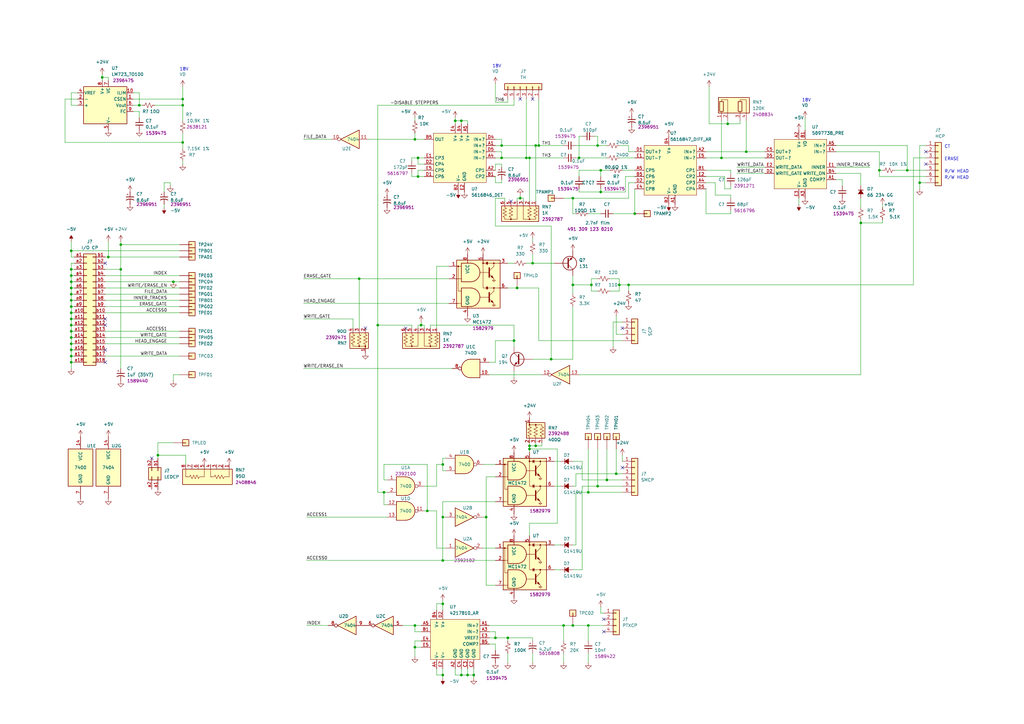
<source format=kicad_sch>
(kicad_sch (version 20211123) (generator eeschema)
  (paper "A3")
  (title_block (title "IBM 31SD Control Card") (comment 1 "Eric Schlaepfer") (comment 2 "Reverse engineered by"))
  (junction (at 189.23 276.86))
  (junction (at 44.45 105.41))
  (junction (at 186.69 49.53))
  (junction (at 29.21 130.81))
  (junction (at 260.35 87.63))
  (junction (at 217.17 182.88))
  (junction (at 170.18 57.15))
  (junction (at 74.93 58.42))
  (junction (at 217.17 64.77))
  (junction (at 147.32 114.3))
  (junction (at 219.71 182.88))
  (junction (at 191.77 276.86))
  (junction (at 377.19 74.93))
  (junction (at 29.21 110.49))
  (junction (at 171.45 64.77))
  (junction (at 234.95 256.54))
  (junction (at 29.21 115.57))
  (junction (at 29.21 143.51))
  (junction (at 181.61 229.87))
  (junction (at 306.07 62.23))
  (junction (at 208.28 261.62))
  (junction (at 41.91 31.75))
  (junction (at 74.93 43.18))
  (junction (at 181.61 276.86))
  (junction (at 181.61 212.09))
  (junction (at 241.3 256.54))
  (junction (at 218.44 107.95))
  (junction (at 29.21 118.11))
  (junction (at 170.18 256.54))
  (junction (at 372.11 69.85))
  (junction (at 252.73 194.31))
  (junction (at 212.09 118.11))
  (junction (at 172.72 133.35))
  (junction (at 189.23 49.53))
  (junction (at 170.18 265.43))
  (junction (at 71.12 115.57))
  (junction (at 360.68 69.85))
  (junction (at 205.74 59.69))
  (junction (at 29.21 138.43))
  (junction (at 29.21 148.59))
  (junction (at 210.82 139.7))
  (junction (at 353.06 91.44))
  (junction (at 171.45 72.39))
  (junction (at 181.61 247.65))
  (junction (at 29.21 128.27))
  (junction (at 246.38 78.74))
  (junction (at 154.94 133.35))
  (junction (at 29.21 120.65))
  (junction (at 74.93 40.64))
  (junction (at 217.17 184.15))
  (junction (at 205.74 64.77))
  (junction (at 29.21 125.73))
  (junction (at 215.9 64.77))
  (junction (at 29.21 133.35))
  (junction (at 29.21 113.03))
  (junction (at 194.31 276.86))
  (junction (at 49.53 110.49))
  (junction (at 213.36 81.28))
  (junction (at 257.81 116.84))
  (junction (at 234.95 81.28))
  (junction (at 241.3 201.93))
  (junction (at 219.71 59.69))
  (junction (at 29.21 123.19))
  (junction (at 246.38 69.85))
  (junction (at 226.06 147.32))
  (junction (at 203.2 261.62))
  (junction (at 234.95 116.84))
  (junction (at 245.11 59.69))
  (junction (at 237.49 64.77))
  (junction (at 220.98 59.69))
  (junction (at 295.91 64.77))
  (junction (at 199.39 212.09))
  (junction (at 245.11 199.39))
  (junction (at 29.21 146.05))
  (junction (at 242.57 116.84))
  (junction (at 157.48 201.93))
  (junction (at 298.45 50.8))
  (junction (at 254 116.84))
  (junction (at 49.53 100.33))
  (junction (at 181.61 190.5))
  (junction (at 29.21 140.97))
  (junction (at 29.21 135.89))
  (junction (at 248.92 196.85))
  (junction (at 231.14 256.54))
  (junction (at 64.77 186.69))
  (junction (at 57.15 43.18))
  (junction (at 175.26 209.55))
  (junction (at 29.21 102.87))
  (no_connect (at 255.27 191.77))
  (no_connect (at 43.18 143.51))
  (no_connect (at 43.18 148.59))
  (no_connect (at 43.18 130.81))
  (no_connect (at 43.18 133.35))
  (no_connect (at 43.18 107.95))
  (no_connect (at 209.55 82.55))
  (no_connect (at 218.44 40.64))
  (no_connect (at 166.37 134.62))
  (no_connect (at 62.23 187.96))
  (no_connect (at 213.36 40.64))
  (no_connect (at 149.86 134.62))
  (no_connect (at 255.27 134.62))
  (no_connect (at 379.73 62.23))
  (no_connect (at 379.73 67.31))
  (no_connect (at 247.65 259.08))
  (no_connect (at 247.65 254))
  (wire (pts (xy 191.77 49.53) (xy 191.77 50.8)))
  (wire (pts (xy 353.06 91.44) (xy 353.06 153.67)))
  (wire (pts (xy 29.21 118.11) (xy 30.48 118.11)))
  (wire (pts (xy 254 119.38) (xy 250.19 119.38)))
  (wire (pts (xy 43.18 146.05) (xy 73.66 146.05)))
  (wire (pts (xy 43.18 140.97) (xy 73.66 140.97)))
  (wire (pts (xy 74.93 43.18) (xy 74.93 49.53)))
  (wire (pts (xy 49.53 100.33) (xy 73.66 100.33)))
  (wire (pts (xy 189.23 276.86) (xy 191.77 276.86)))
  (wire (pts (xy 172.72 132.08) (xy 172.72 133.35)))
  (wire (pts (xy 254 116.84) (xy 254 119.38)))
  (wire (pts (xy 186.69 274.32) (xy 186.69 276.86)))
  (wire (pts (xy 200.66 153.67) (xy 222.25 153.67)))
  (wire (pts (xy 212.09 81.28) (xy 213.36 81.28)))
  (wire (pts (xy 297.18 72.39) (xy 297.18 77.47)))
  (wire (pts (xy 170.18 265.43) (xy 172.72 265.43)))
  (wire (pts (xy 74.93 66.04) (xy 74.93 67.31)))
  (wire (pts (xy 252.73 184.15) (xy 252.73 194.31)))
  (wire (pts (xy 191.77 274.32) (xy 191.77 276.86)))
  (wire (pts (xy 302.26 68.58) (xy 313.69 68.58)))
  (wire (pts (xy 181.61 193.04) (xy 182.88 193.04)))
  (wire (pts (xy 241.3 267.97) (xy 241.3 271.78)))
  (wire (pts (xy 172.72 259.08) (xy 170.18 259.08)))
  (wire (pts (xy 252.73 129.54) (xy 252.73 137.16)))
  (wire (pts (xy 299.72 81.28) (xy 299.72 80.01)))
  (wire (pts (xy 289.56 64.77) (xy 295.91 64.77)))
  (wire (pts (xy 57.15 45.72) (xy 57.15 48.26)))
  (wire (pts (xy 342.9 71.12) (xy 353.06 71.12)))
  (wire (pts (xy 71.12 156.21) (xy 71.12 153.67)))
  (wire (pts (xy 372.11 59.69) (xy 342.9 59.69)))
  (wire (pts (xy 29.21 120.65) (xy 29.21 123.19)))
  (wire (pts (xy 168.91 64.77) (xy 171.45 64.77)))
  (wire (pts (xy 203.2 81.28) (xy 207.01 81.28)))
  (wire (pts (xy 217.17 64.77) (xy 231.14 64.77)))
  (wire (pts (xy 181.61 212.09) (xy 182.88 212.09)))
  (wire (pts (xy 218.44 104.14) (xy 218.44 107.95)))
  (wire (pts (xy 289.56 62.23) (xy 306.07 62.23)))
  (wire (pts (xy 256.54 72.39) (xy 256.54 78.74)))
  (wire (pts (xy 254 114.3) (xy 254 116.84)))
  (wire (pts (xy 29.21 146.05) (xy 29.21 148.59)))
  (wire (pts (xy 245.11 199.39) (xy 238.76 199.39)))
  (wire (pts (xy 29.21 113.03) (xy 29.21 115.57)))
  (wire (pts (xy 43.18 105.41) (xy 44.45 105.41)))
  (wire (pts (xy 168.91 66.04) (xy 168.91 64.77)))
  (wire (pts (xy 299.72 71.12) (xy 299.72 69.85)))
  (wire (pts (xy 203.2 261.62) (xy 208.28 261.62)))
  (wire (pts (xy 44.45 31.75) (xy 41.91 31.75)))
  (wire (pts (xy 154.94 43.18) (xy 210.82 43.18)))
  (wire (pts (xy 257.81 116.84) (xy 257.81 119.38)))
  (wire (pts (xy 257.81 62.23) (xy 260.35 62.23)))
  (wire (pts (xy 64.77 181.61) (xy 64.77 186.69)))
  (wire (pts (xy 172.72 133.35) (xy 171.45 133.35)))
  (wire (pts (xy 179.07 250.19) (xy 179.07 247.65)))
  (wire (pts (xy 227.33 223.52) (xy 229.87 223.52)))
  (wire (pts (xy 246.38 77.47) (xy 246.38 78.74)))
  (wire (pts (xy 306.07 49.53) (xy 306.07 62.23)))
  (wire (pts (xy 173.99 209.55) (xy 175.26 209.55)))
  (wire (pts (xy 170.18 262.89) (xy 170.18 265.43)))
  (wire (pts (xy 360.68 72.39) (xy 379.73 72.39)))
  (wire (pts (xy 241.3 256.54) (xy 247.65 256.54)))
  (wire (pts (xy 173.99 57.15) (xy 170.18 57.15)))
  (wire (pts (xy 210.82 154.94) (xy 210.82 152.4)))
  (wire (pts (xy 218.44 262.89) (xy 218.44 261.62)))
  (wire (pts (xy 303.53 50.8) (xy 298.45 50.8)))
  (wire (pts (xy 170.18 259.08) (xy 170.18 256.54)))
  (wire (pts (xy 248.92 196.85) (xy 238.76 196.85)))
  (wire (pts (xy 205.74 74.93) (xy 203.2 74.93)))
  (wire (pts (xy 186.69 48.26) (xy 186.69 49.53)))
  (wire (pts (xy 29.21 133.35) (xy 30.48 133.35)))
  (wire (pts (xy 29.21 102.87) (xy 73.66 102.87)))
  (wire (pts (xy 67.31 74.93) (xy 67.31 78.74)))
  (wire (pts (xy 168.91 72.39) (xy 171.45 72.39)))
  (wire (pts (xy 342.9 73.66) (xy 345.44 73.66)))
  (wire (pts (xy 377.19 74.93) (xy 379.73 74.93)))
  (wire (pts (xy 217.17 181.61) (xy 217.17 182.88)))
  (wire (pts (xy 26.67 40.64) (xy 26.67 58.42)))
  (wire (pts (xy 234.95 81.28) (xy 234.95 87.63)))
  (wire (pts (xy 181.61 274.32) (xy 181.61 276.86)))
  (wire (pts (xy 330.2 48.26) (xy 330.2 53.34)))
  (wire (pts (xy 220.98 40.64) (xy 220.98 59.69)))
  (wire (pts (xy 124.46 151.13) (xy 185.42 151.13)))
  (wire (pts (xy 228.6 184.15) (xy 217.17 184.15)))
  (wire (pts (xy 173.99 64.77) (xy 171.45 64.77)))
  (wire (pts (xy 158.75 201.93) (xy 157.48 201.93)))
  (wire (pts (xy 179.07 276.86) (xy 181.61 276.86)))
  (wire (pts (xy 54.61 45.72) (xy 57.15 45.72)))
  (wire (pts (xy 236.22 87.63) (xy 234.95 87.63)))
  (wire (pts (xy 154.94 201.93) (xy 157.48 201.93)))
  (wire (pts (xy 191.77 276.86) (xy 194.31 276.86)))
  (wire (pts (xy 43.18 118.11) (xy 73.66 118.11)))
  (wire (pts (xy 200.66 261.62) (xy 203.2 261.62)))
  (wire (pts (xy 242.57 116.84) (xy 242.57 119.38)))
  (wire (pts (xy 157.48 196.85) (xy 157.48 190.5)))
  (wire (pts (xy 238.76 199.39) (xy 238.76 233.68)))
  (wire (pts (xy 181.61 190.5) (xy 181.61 193.04)))
  (wire (pts (xy 345.44 76.2) (xy 345.44 73.66)))
  (wire (pts (xy 181.61 212.09) (xy 181.61 205.74)))
  (wire (pts (xy 203.2 69.85) (xy 203.2 67.31)))
  (wire (pts (xy 157.48 207.01) (xy 158.75 207.01)))
  (wire (pts (xy 57.15 38.1) (xy 54.61 38.1)))
  (wire (pts (xy 236.22 64.77) (xy 237.49 64.77)))
  (wire (pts (xy 64.77 187.96) (xy 64.77 186.69)))
  (wire (pts (xy 30.48 107.95) (xy 29.21 107.95)))
  (wire (pts (xy 231.14 81.28) (xy 234.95 81.28)))
  (wire (pts (xy 181.61 247.65) (xy 181.61 250.19)))
  (wire (pts (xy 205.74 62.23) (xy 205.74 64.77)))
  (wire (pts (xy 49.53 110.49) (xy 49.53 151.13)))
  (wire (pts (xy 170.18 265.43) (xy 170.18 269.24)))
  (wire (pts (xy 218.44 97.79) (xy 218.44 99.06)))
  (wire (pts (xy 200.66 259.08) (xy 203.2 259.08)))
  (wire (pts (xy 124.46 130.81) (xy 144.78 130.81)))
  (wire (pts (xy 154.94 133.35) (xy 154.94 201.93)))
  (wire (pts (xy 203.2 229.87) (xy 181.61 229.87)))
  (wire (pts (xy 207.01 81.28) (xy 207.01 82.55)))
  (wire (pts (xy 215.9 107.95) (xy 218.44 107.95)))
  (wire (pts (xy 217.17 182.88) (xy 217.17 184.15)))
  (wire (pts (xy 228.6 184.15) (xy 228.6 214.63)))
  (wire (pts (xy 299.72 76.2) (xy 299.72 77.47)))
  (wire (pts (xy 226.06 92.71) (xy 203.2 92.71)))
  (wire (pts (xy 242.57 116.84) (xy 234.95 116.84)))
  (wire (pts (xy 295.91 49.53) (xy 295.91 64.77)))
  (wire (pts (xy 179.07 199.39) (xy 179.07 190.5)))
  (wire (pts (xy 353.06 81.28) (xy 353.06 85.09)))
  (wire (pts (xy 234.95 125.73) (xy 234.95 147.32)))
  (wire (pts (xy 353.06 71.12) (xy 353.06 76.2)))
  (wire (pts (xy 360.68 62.23) (xy 360.68 69.85)))
  (wire (pts (xy 29.21 130.81) (xy 29.21 133.35)))
  (wire (pts (xy 199.39 195.58) (xy 203.2 195.58)))
  (wire (pts (xy 238.76 189.23) (xy 234.95 189.23)))
  (wire (pts (xy 245.11 114.3) (xy 242.57 114.3)))
  (wire (pts (xy 203.2 92.71) (xy 203.2 81.28)))
  (wire (pts (xy 171.45 69.85) (xy 173.99 69.85)))
  (wire (pts (xy 222.25 182.88) (xy 219.71 182.88)))
  (wire (pts (xy 218.44 267.97) (xy 218.44 271.78)))
  (wire (pts (xy 212.09 82.55) (xy 212.09 81.28)))
  (wire (pts (xy 29.21 130.81) (xy 30.48 130.81)))
  (wire (pts (xy 361.95 91.44) (xy 353.06 91.44)))
  (wire (pts (xy 210.82 139.7) (xy 203.2 139.7)))
  (wire (pts (xy 182.88 224.79) (xy 179.07 224.79)))
  (wire (pts (xy 254 116.84) (xy 257.81 116.84)))
  (wire (pts (xy 210.82 43.18) (xy 210.82 40.64)))
  (wire (pts (xy 245.11 184.15) (xy 245.11 199.39)))
  (wire (pts (xy 298.45 49.53) (xy 298.45 50.8)))
  (wire (pts (xy 205.74 59.69) (xy 219.71 59.69)))
  (wire (pts (xy 236.22 199.39) (xy 234.95 199.39)))
  (wire (pts (xy 217.17 219.71) (xy 217.17 214.63)))
  (wire (pts (xy 219.71 182.88) (xy 217.17 182.88)))
  (wire (pts (xy 57.15 43.18) (xy 58.42 43.18)))
  (wire (pts (xy 43.18 113.03) (xy 73.66 113.03)))
  (wire (pts (xy 220.98 118.11) (xy 212.09 118.11)))
  (wire (pts (xy 147.32 114.3) (xy 147.32 134.62)))
  (wire (pts (xy 29.21 138.43) (xy 30.48 138.43)))
  (wire (pts (xy 29.21 99.06) (xy 29.21 102.87)))
  (wire (pts (xy 43.18 115.57) (xy 71.12 115.57)))
  (wire (pts (xy 44.45 33.02) (xy 44.45 31.75)))
  (wire (pts (xy 203.2 139.7) (xy 203.2 148.59)))
  (wire (pts (xy 173.99 133.35) (xy 172.72 133.35)))
  (wire (pts (xy 54.61 43.18) (xy 57.15 43.18)))
  (wire (pts (xy 205.74 64.77) (xy 215.9 64.77)))
  (wire (pts (xy 255.27 69.85) (xy 260.35 69.85)))
  (wire (pts (xy 175.26 209.55) (xy 179.07 209.55)))
  (wire (pts (xy 367.03 69.85) (xy 372.11 69.85)))
  (wire (pts (xy 29.21 140.97) (xy 29.21 143.51)))
  (wire (pts (xy 168.91 134.62) (xy 168.91 133.35)))
  (wire (pts (xy 179.07 109.22) (xy 184.15 109.22)))
  (wire (pts (xy 41.91 31.75) (xy 41.91 33.02)))
  (wire (pts (xy 69.85 74.93) (xy 67.31 74.93)))
  (wire (pts (xy 226.06 92.71) (xy 226.06 147.32)))
  (wire (pts (xy 220.98 118.11) (xy 220.98 139.7)))
  (wire (pts (xy 293.37 74.93) (xy 293.37 80.01)))
  (wire (pts (xy 252.73 137.16) (xy 255.27 137.16)))
  (wire (pts (xy 170.18 48.26) (xy 170.18 49.53)))
  (wire (pts (xy 241.3 87.63) (xy 246.38 87.63)))
  (wire (pts (xy 29.21 146.05) (xy 30.48 146.05)))
  (wire (pts (xy 208.28 107.95) (xy 210.82 107.95)))
  (wire (pts (xy 361.95 83.82) (xy 361.95 85.09)))
  (wire (pts (xy 168.91 72.39) (xy 168.91 71.12)))
  (wire (pts (xy 29.21 135.89) (xy 29.21 138.43)))
  (wire (pts (xy 171.45 69.85) (xy 171.45 72.39)))
  (wire (pts (xy 173.99 199.39) (xy 179.07 199.39)))
  (wire (pts (xy 157.48 201.93) (xy 157.48 207.01)))
  (wire (pts (xy 238.76 233.68) (xy 234.95 233.68)))
  (wire (pts (xy 30.48 105.41) (xy 29.21 105.41)))
  (wire (pts (xy 29.21 43.18) (xy 31.75 43.18)))
  (wire (pts (xy 251.46 132.08) (xy 255.27 132.08)))
  (wire (pts (xy 246.38 69.85) (xy 246.38 72.39)))
  (wire (pts (xy 237.49 77.47) (xy 237.49 78.74)))
  (wire (pts (xy 182.88 187.96) (xy 181.61 187.96)))
  (wire (pts (xy 29.21 143.51) (xy 29.21 146.05)))
  (wire (pts (xy 208.28 41.91) (xy 203.2 41.91)))
  (wire (pts (xy 29.21 113.03) (xy 30.48 113.03)))
  (wire (pts (xy 213.36 80.01) (xy 213.36 81.28)))
  (wire (pts (xy 289.56 77.47) (xy 289.56 87.63)))
  (wire (pts (xy 200.66 148.59) (xy 203.2 148.59)))
  (wire (pts (xy 171.45 67.31) (xy 173.99 67.31)))
  (wire (pts (xy 250.19 114.3) (xy 254 114.3)))
  (wire (pts (xy 194.31 274.32) (xy 194.31 276.86)))
  (wire (pts (xy 241.3 262.89) (xy 241.3 256.54)))
  (wire (pts (xy 237.49 64.77) (xy 248.92 64.77)))
  (wire (pts (xy 203.2 205.74) (xy 181.61 205.74)))
  (wire (pts (xy 125.73 229.87) (xy 181.61 229.87)))
  (wire (pts (xy 227.33 233.68) (xy 229.87 233.68)))
  (wire (pts (xy 289.56 69.85) (xy 299.72 69.85)))
  (wire (pts (xy 327.66 81.28) (xy 327.66 83.82)))
  (wire (pts (xy 49.53 99.06) (xy 49.53 100.33)))
  (wire (pts (xy 252.73 194.31) (xy 236.22 194.31)))
  (wire (pts (xy 245.11 55.88) (xy 245.11 59.69)))
  (wire (pts (xy 186.69 49.53) (xy 186.69 50.8)))
  (wire (pts (xy 64.77 186.69) (xy 76.2 186.69)))
  (wire (pts (xy 154.94 133.35) (xy 168.91 133.35)))
  (wire (pts (xy 186.69 276.86) (xy 189.23 276.86)))
  (wire (pts (xy 295.91 64.77) (xy 313.69 64.77)))
  (wire (pts (xy 257.81 59.69) (xy 257.81 62.23)))
  (wire (pts (xy 31.75 38.1) (xy 29.21 38.1)))
  (wire (pts (xy 29.21 110.49) (xy 29.21 113.03)))
  (wire (pts (xy 179.07 247.65) (xy 181.61 247.65)))
  (wire (pts (xy 29.21 148.59) (xy 30.48 148.59)))
  (wire (pts (xy 157.48 190.5) (xy 175.26 190.5)))
  (wire (pts (xy 246.38 69.85) (xy 250.19 69.85)))
  (wire (pts (xy 29.21 102.87) (xy 29.21 105.41)))
  (wire (pts (xy 377.19 59.69) (xy 377.19 74.93)))
  (wire (pts (xy 251.46 142.24) (xy 251.46 132.08)))
  (wire (pts (xy 360.68 69.85) (xy 361.95 69.85)))
  (wire (pts (xy 377.19 74.93) (xy 377.19 77.47)))
  (wire (pts (xy 189.23 49.53) (xy 191.77 49.53)))
  (wire (pts (xy 199.39 212.09) (xy 199.39 195.58)))
  (wire (pts (xy 29.21 110.49) (xy 30.48 110.49)))
  (wire (pts (xy 186.69 49.53) (xy 189.23 49.53)))
  (wire (pts (xy 179.07 274.32) (xy 179.07 276.86)))
  (wire (pts (xy 222.25 181.61) (xy 222.25 182.88)))
  (wire (pts (xy 29.21 123.19) (xy 29.21 125.73)))
  (wire (pts (xy 198.12 212.09) (xy 199.39 212.09)))
  (wire (pts (xy 200.66 256.54) (xy 231.14 256.54)))
  (wire (pts (xy 29.21 120.65) (xy 30.48 120.65)))
  (wire (pts (xy 173.99 72.39) (xy 171.45 72.39)))
  (wire (pts (xy 203.2 264.16) (xy 203.2 266.7)))
  (wire (pts (xy 125.73 212.09) (xy 158.75 212.09)))
  (wire (pts (xy 302.26 71.12) (xy 313.69 71.12)))
  (wire (pts (xy 299.72 87.63) (xy 289.56 87.63)))
  (wire (pts (xy 63.5 43.18) (xy 74.93 43.18)))
  (wire (pts (xy 353.06 90.17) (xy 353.06 91.44)))
  (wire (pts (xy 234.95 256.54) (xy 241.3 256.54)))
  (wire (pts (xy 220.98 139.7) (xy 255.27 139.7)))
  (wire (pts (xy 67.31 83.82) (xy 67.31 85.09)))
  (wire (pts (xy 257.81 116.84) (xy 374.65 116.84)))
  (wire (pts (xy 218.44 107.95) (xy 227.33 107.95)))
  (wire (pts (xy 200.66 264.16) (xy 203.2 264.16)))
  (wire (pts (xy 290.83 35.56) (xy 290.83 50.8)))
  (wire (pts (xy 215.9 40.64) (xy 215.9 64.77)))
  (wire (pts (xy 248.92 184.15) (xy 248.92 196.85)))
  (wire (pts (xy 210.82 142.24) (xy 210.82 139.7)))
  (wire (pts (xy 29.21 125.73) (xy 29.21 128.27)))
  (wire (pts (xy 260.35 77.47) (xy 260.35 87.63)))
  (wire (pts (xy 124.46 114.3) (xy 147.32 114.3)))
  (wire (pts (xy 208.28 267.97) (xy 208.28 271.78)))
  (wire (pts (xy 179.07 190.5) (xy 181.61 190.5)))
  (wire (pts (xy 379.73 69.85) (xy 372.11 69.85)))
  (wire (pts (xy 231.14 267.97) (xy 231.14 271.78)))
  (wire (pts (xy 246.38 248.92) (xy 246.38 251.46)))
  (wire (pts (xy 219.71 59.69) (xy 220.98 59.69)))
  (wire (pts (xy 29.21 115.57) (xy 29.21 118.11)))
  (wire (pts (xy 144.78 134.62) (xy 144.78 130.81)))
  (wire (pts (xy 231.14 256.54) (xy 231.14 262.89)))
  (wire (pts (xy 236.22 223.52) (xy 236.22 201.93)))
  (wire (pts (xy 43.18 135.89) (xy 73.66 135.89)))
  (wire (pts (xy 43.18 138.43) (xy 73.66 138.43)))
  (wire (pts (xy 254 59.69) (xy 257.81 59.69)))
  (wire (pts (xy 198.12 190.5) (xy 203.2 190.5)))
  (wire (pts (xy 29.21 38.1) (xy 29.21 43.18)))
  (wire (pts (xy 342.9 62.23) (xy 360.68 62.23)))
  (wire (pts (xy 71.12 153.67) (xy 73.66 153.67)))
  (wire (pts (xy 299.72 86.36) (xy 299.72 87.63)))
  (wire (pts (xy 306.07 62.23) (xy 313.69 62.23)))
  (wire (pts (xy 203.2 59.69) (xy 205.74 59.69)))
  (wire (pts (xy 361.95 90.17) (xy 361.95 91.44)))
  (wire (pts (xy 218.44 147.32) (xy 226.06 147.32)))
  (wire (pts (xy 154.94 133.35) (xy 154.94 43.18)))
  (wire (pts (xy 71.12 115.57) (xy 73.66 115.57)))
  (wire (pts (xy 246.38 69.85) (xy 237.49 69.85)))
  (wire (pts (xy 226.06 147.32) (xy 234.95 147.32)))
  (wire (pts (xy 54.61 40.64) (xy 74.93 40.64)))
  (wire (pts (xy 198.12 224.79) (xy 203.2 224.79)))
  (wire (pts (xy 219.71 59.69) (xy 219.71 82.55)))
  (wire (pts (xy 231.14 256.54) (xy 234.95 256.54)))
  (wire (pts (xy 29.21 128.27) (xy 29.21 130.81)))
  (wire (pts (xy 44.45 105.41) (xy 73.66 105.41)))
  (wire (pts (xy 125.73 256.54) (xy 134.62 256.54)))
  (wire (pts (xy 29.21 128.27) (xy 30.48 128.27)))
  (wire (pts (xy 29.21 148.59) (xy 29.21 151.13)))
  (wire (pts (xy 342.9 68.58) (xy 356.87 68.58)))
  (wire (pts (xy 260.35 74.93) (xy 257.81 74.93)))
  (wire (pts (xy 203.2 57.15) (xy 205.74 57.15)))
  (wire (pts (xy 236.22 194.31) (xy 236.22 199.39)))
  (wire (pts (xy 246.38 78.74) (xy 237.49 78.74)))
  (wire (pts (xy 247.65 251.46) (xy 246.38 251.46)))
  (wire (pts (xy 203.2 62.23) (xy 205.74 62.23)))
  (wire (pts (xy 29.21 133.35) (xy 29.21 135.89)))
  (wire (pts (xy 74.93 35.56) (xy 74.93 40.64)))
  (wire (pts (xy 227.33 189.23) (xy 229.87 189.23)))
  (wire (pts (xy 203.2 259.08) (xy 203.2 261.62)))
  (wire (pts (xy 49.53 100.33) (xy 49.53 110.49)))
  (wire (pts (xy 74.93 58.42) (xy 74.93 60.96)))
  (wire (pts (xy 26.67 58.42) (xy 74.93 58.42)))
  (wire (pts (xy 227.33 199.39) (xy 229.87 199.39)))
  (wire (pts (xy 181.61 187.96) (xy 181.61 190.5)))
  (wire (pts (xy 214.63 81.28) (xy 214.63 82.55)))
  (wire (pts (xy 360.68 69.85) (xy 360.68 72.39)))
  (wire (pts (xy 238.76 55.88) (xy 237.49 55.88)))
  (wire (pts (xy 173.99 134.62) (xy 173.99 133.35)))
  (wire (pts (xy 74.93 54.61) (xy 74.93 58.42)))
  (wire (pts (xy 210.82 133.35) (xy 176.53 133.35)))
  (wire (pts (xy 203.2 64.77) (xy 205.74 64.77)))
  (wire (pts (xy 241.3 201.93) (xy 255.27 201.93)))
  (wire (pts (xy 203.2 240.03) (xy 199.39 240.03)))
  (wire (pts (xy 44.45 99.06) (xy 44.45 105.41)))
  (wire (pts (xy 208.28 40.64) (xy 208.28 41.91)))
  (wire (pts (xy 208.28 118.11) (xy 212.09 118.11)))
  (wire (pts (xy 256.54 78.74) (xy 246.38 78.74)))
  (wire (pts (xy 171.45 133.35) (xy 171.45 134.62)))
  (wire (pts (xy 260.35 72.39) (xy 256.54 72.39)))
  (wire (pts (xy 189.23 49.53) (xy 189.23 50.8)))
  (wire (pts (xy 289.56 72.39) (xy 297.18 72.39)))
  (wire (pts (xy 254 64.77) (xy 260.35 64.77)))
  (wire (pts (xy 205.74 67.31) (xy 205.74 68.58)))
  (wire (pts (xy 293.37 80.01) (xy 299.72 80.01)))
  (wire (pts (xy 217.17 184.15) (xy 217.17 185.42)))
  (wire (pts (xy 379.73 59.69) (xy 377.19 59.69)))
  (wire (pts (xy 124.46 124.46) (xy 184.15 124.46)))
  (wire (pts (xy 199.39 240.03) (xy 199.39 212.09)))
  (wire (pts (xy 290.83 50.8) (xy 298.45 50.8)))
  (wire (pts (xy 241.3 184.15) (xy 241.3 201.93)))
  (wire (pts (xy 41.91 30.48) (xy 41.91 31.75)))
  (wire (pts (xy 43.18 120.65) (xy 73.66 120.65)))
  (wire (pts (xy 124.46 57.15) (xy 135.89 57.15)))
  (wire (pts (xy 237.49 55.88) (xy 237.49 64.77)))
  (wire (pts (xy 170.18 54.61) (xy 170.18 57.15)))
  (wire (pts (xy 175.26 190.5) (xy 175.26 209.55)))
  (wire (pts (xy 243.84 55.88) (xy 245.11 55.88)))
  (wire (pts (xy 31.75 40.64) (xy 26.67 40.64)))
  (wire (pts (xy 29.21 107.95) (xy 29.21 110.49)))
  (wire (pts (xy 236.22 59.69) (xy 245.11 59.69)))
  (wire (pts (xy 170.18 256.54) (xy 172.72 256.54)))
  (wire (pts (xy 165.1 256.54) (xy 170.18 256.54)))
  (wire (pts (xy 29.21 138.43) (xy 29.21 140.97)))
  (wire (pts (xy 379.73 64.77) (xy 374.65 64.77)))
  (wire (pts (xy 242.57 119.38) (xy 245.11 119.38)))
  (wire (pts (xy 189.23 274.32) (xy 189.23 276.86)))
  (wire (pts (xy 372.11 69.85) (xy 372.11 59.69)))
  (wire (pts (xy 29.21 123.19) (xy 30.48 123.19)))
  (wire (pts (xy 208.28 261.62) (xy 208.28 262.89)))
  (wire (pts (xy 179.07 224.79) (xy 179.07 209.55)))
  (wire (pts (xy 181.61 229.87) (xy 181.61 212.09)))
  (wire (pts (xy 242.57 114.3) (xy 242.57 116.84)))
  (wire (pts (xy 215.9 64.77) (xy 217.17 64.77)))
  (wire (pts (xy 234.95 116.84) (xy 234.95 120.65)))
  (wire (pts (xy 172.72 262.89) (xy 170.18 262.89)))
  (wire (pts (xy 29.21 140.97) (xy 30.48 140.97)))
  (wire (pts (xy 219.71 181.61) (xy 219.71 182.88)))
  (wire (pts (xy 255.27 196.85) (xy 248.92 196.85)))
  (wire (pts (xy 238.76 196.85) (xy 238.76 189.23)))
  (wire (pts (xy 220.98 59.69) (xy 231.14 59.69)))
  (wire (pts (xy 255.27 194.31) (xy 252.73 194.31)))
  (wire (pts (xy 289.56 74.93) (xy 293.37 74.93)))
  (wire (pts (xy 179.07 134.62) (xy 179.07 109.22)))
  (wire (pts (xy 374.65 64.77) (xy 374.65 116.84)))
  (wire (pts (xy 147.32 114.3) (xy 184.15 114.3)))
  (wire (pts (xy 255.27 199.39) (xy 245.11 199.39)))
  (wire (pts (xy 29.21 125.73) (xy 30.48 125.73)))
  (wire (pts (xy 217.17 64.77) (xy 217.17 82.55)))
  (wire (pts (xy 255.27 186.69) (xy 255.27 189.23)))
  (wire (pts (xy 297.18 77.47) (xy 299.72 77.47)))
  (wire (pts (xy 29.21 143.51) (xy 30.48 143.51)))
  (wire (pts (xy 29.21 118.11) (xy 29.21 120.65)))
  (wire (pts (xy 213.36 81.28) (xy 214.63 81.28)))
  (wire (pts (xy 194.31 276.86) (xy 194.31 278.13)))
  (wire (pts (xy 71.12 181.61) (xy 64.77 181.61)))
  (wire (pts (xy 43.18 128.27) (xy 73.66 128.27)))
  (wire (pts (xy 151.13 57.15) (xy 170.18 57.15)))
  (wire (pts (xy 158.75 196.85) (xy 157.48 196.85)))
  (wire (pts (xy 257.81 74.93) (xy 257.81 81.28)))
  (wire (pts (xy 205.74 73.66) (xy 205.74 74.93)))
  (wire (pts (xy 69.85 76.2) (xy 69.85 74.93)))
  (wire (pts (xy 217.17 214.63) (xy 228.6 214.63)))
  (wire (pts (xy 234.95 113.03) (xy 234.95 116.84)))
  (wire (pts (xy 29.21 135.89) (xy 30.48 135.89)))
  (wire (pts (xy 205.74 57.15) (xy 205.74 59.69)))
  (wire (pts (xy 234.95 81.28) (xy 257.81 81.28)))
  (wire (pts (xy 203.2 34.29) (xy 203.2 41.91)))
  (wire (pts (xy 181.61 276.86) (xy 181.61 278.13)))
  (wire (pts (xy 303.53 49.53) (xy 303.53 50.8)))
  (wire (pts (xy 43.18 110.49) (xy 49.53 110.49)))
  (wire (pts (xy 43.18 123.19) (xy 73.66 123.19)))
  (wire (pts (xy 29.21 115.57) (xy 30.48 115.57)))
  (wire (pts (xy 208.28 261.62) (xy 218.44 261.62)))
  (wire (pts (xy 251.46 87.63) (xy 260.35 87.63)))
  (wire (pts (xy 237.49 69.85) (xy 237.49 72.39)))
  (wire (pts (xy 245.11 59.69) (xy 248.92 59.69)))
  (wire (pts (xy 353.06 153.67) (xy 237.49 153.67)))
  (wire (pts (xy 43.18 125.73) (xy 73.66 125.73)))
  (wire (pts (xy 181.61 246.38) (xy 181.61 247.65)))
  (wire (pts (xy 234.95 223.52) (xy 236.22 223.52)))
  (wire (pts (xy 203.2 74.93) (xy 203.2 72.39)))
  (wire (pts (xy 171.45 64.77) (xy 171.45 67.31)))
  (wire (pts (xy 210.82 139.7) (xy 210.82 133.35)))
  (wire (pts (xy 176.53 133.35) (xy 176.53 134.62)))
  (wire (pts (xy 74.93 43.18) (xy 74.93 40.64)))
  (wire (pts (xy 203.2 67.31) (xy 205.74 67.31)))
  (wire (pts (xy 76.2 186.69) (xy 76.2 190.5)))
  (wire (pts (xy 57.15 43.18) (xy 57.15 38.1)))
  (wire (pts (xy 236.22 201.93) (xy 241.3 201.93)))
  (text "18V" (at 73.66 29.21 0) (effects (font (size 1.27 1.27)) (justify left bottom)))
  (text "CT" (at 387.35 60.96 0) (effects (font (size 1.27 1.27)) (justify left bottom)))
  (text "18V" (at 328.93 41.91 0) (effects (font (size 1.27 1.27)) (justify left bottom)))
  (text "18V" (at 201.93 27.94 0) (effects (font (size 1.27 1.27)) (justify left bottom)))
  (text "R/W HEAD" (at 387.35 73.66 0) (effects (font (size 1.27 1.27)) (justify left bottom)))
  (text "ERASE" (at 387.35 66.04 0) (effects (font (size 1.27 1.27)) (justify left bottom)))
  (text "R/W HEAD" (at 387.35 71.12 0) (effects (font (size 1.27 1.27)) (justify left bottom)))
  (label "WRITE{slash}ERASE_EN" (at 68.58 118.11 180))
  (label "WRITE_GATE" (at 302.26 71.12 0))
  (label "WRITE_GATE" (at 68.58 138.43 180))
  (label "INNER_TRACKS" (at 68.58 123.19 180))
  (label "WRITE{slash}ERASE_EN" (at 124.46 151.13 0))
  (label "ACCESS0" (at 68.58 128.27 180))
  (label "ERASE_GATE" (at 68.58 125.73 180))
  (label "ACCESS1" (at 125.73 212.09 0))
  (label "FILE_DATA" (at 124.46 57.15 0))
  (label "ACCESS1" (at 68.58 135.89 180))
  (label "TH1" (at 222.25 59.69 0))
  (label "WRITE_DATA" (at 302.26 68.58 0))
  (label "ACCESS0" (at 125.73 229.87 0))
  (label "TH3" (at 222.25 64.77 0))
  (label "FILE_DATA" (at 68.58 120.65 180))
  (label "ERASE_GATE" (at 124.46 114.3 0))
  (label "WRITE_GATE" (at 124.46 130.81 0))
  (label "INDEX" (at 125.73 256.54 0))
  (label "INNER_TRACKS" (at 356.87 68.58 180))
  (label "HEAD_ENGAGE" (at 68.58 140.97 180))
  (label "TH6" (at 203.2 41.91 0))
  (label "INDEX" (at 68.58 113.03 180))
  (label "-DISABLE STEPPERS" (at 160.02 43.18 0))
  (label "HEAD_ENGAGE" (at 124.46 124.46 0))
  (label "WRITE_DATA" (at 68.58 146.05 180))
  (symbol (lib_id "power:+5V") (at 44.45 99.06 0) (unit 1)
    (property "Reference" "#PWR?" (effects hide))
    (property "Value" "+5V" (at 44.45 93.98 0))
  )
  (symbol (lib_id "power:GND") (at 208.28 271.78 0) (unit 1)
    (property "Reference" "#PWR?" (effects hide))
    (property "Value" "GND" (effects hide))
  )
  (symbol (lib_id "74xx:74LS04") (at 142.24 256.54 0) (mirror y) (unit 4)
    (property "Reference" "U2" (at 140.97 252.73 0))
    (property "Value" "7404" (at 143.51 256.54 0))
    (property "Datasheet" "http://www.ti.com/lit/gpn/sn74LS04" (effects hide))
  )
  (symbol (lib_id "power:+5V") (at 93.98 190.5 0) (unit 1)
    (property "Reference" "#PWR?" (effects hide))
    (property "Value" "+5V" (at 93.98 185.42 0))
  )
  (symbol (lib_id "74xx:74LS00") (at 190.5 190.5 0) (unit 2)
    (property "Reference" "U1" (at 190.5 185.42 0))
    (property "Value" "7400" (at 190.5 190.5 0))
    (property "Datasheet" "http://www.ti.com/lit/gpn/sn74ls00" (effects hide))
  )
  (symbol (lib_id "Device:D_Small_Filled") (at 232.41 189.23 0) (unit 1)
    (property "Reference" "D?" (at 232.41 186.69 0))
    (property "Value" "G1419U" (at 234.95 191.77 0))
  )
  (symbol (lib_id "74xx:74LS04") (at 44.45 191.77 0) (unit 7)
    (property "Reference" "U2" (at 45.72 182.88 0) (effects (justify left)))
    (property "Value" "7404" (at 41.91 191.77 0) (effects (justify left)))
    (property "Datasheet" "http://www.ti.com/lit/gpn/sn74LS04" (effects hide))
  )
  (symbol (lib_id "Device:C_Small") (at 241.3 265.43 0) (unit 1)
    (property "Reference" "C?" (at 243.84 264.16 0) (effects (justify left)))
    (property "Value" "10nF" (at 243.84 266.7 0) (effects (justify left)))
    (property "IBM" "1589422" (at 243.84 269.24 0) (effects (justify left)))
  )
  (symbol (lib_id "Connector_Generic:Conn_01x01") (at 234.95 251.46 90) (unit 1)
    (property "Reference" "TPC02" (at 237.49 251.4599 90) (effects (justify right)))
    (property "Value" "Conn_01x01" (effects hide))
  )
  (symbol (lib_id "Device:D_Small_Filled") (at 353.06 78.74 270) (unit 1)
    (property "Reference" "D?" (at 355.6 77.4699 90) (effects (justify left)))
    (property "Value" "66 234 GG" (at 355.6 80.0099 90) (effects (justify left)))
  )
  (symbol (lib_id "power:+5V") (at 53.34 78.74 0) (unit 1)
    (property "Reference" "#PWR?" (effects hide))
    (property "Value" "+5V" (at 53.34 73.66 0))
  )
  (symbol (lib_id "Connector_Generic:Conn_01x01") (at 78.74 140.97 0) (unit 1)
    (property "Reference" "TPE02" (at 81.28 140.9699 0) (effects (justify left)))
    (property "Value" "Conn_01x01" (effects hide))
  )
  (symbol (lib_id "power:+5V") (at 361.95 83.82 0) (unit 1)
    (property "Reference" "#PWR?" (effects hide))
    (property "Value" "+5V" (at 364.49 83.82 0))
  )
  (symbol (lib_id "Connector_Generic:Conn_01x01") (at 76.2 181.61 0) (unit 1)
    (property "Reference" "TPLED" (at 78.74 181.6099 0) (effects (justify left)))
    (property "Value" "Conn_01x01" (effects hide))
  )
  (symbol (lib_id "Device:R_Small_US") (at 218.44 101.6 180) (unit 1)
    (property "Reference" "R?" (at 220.98 100.3299 0) (effects (justify right)))
    (property "Value" "330" (at 220.98 102.8699 0) (effects (justify right)))
  )
  (symbol (lib_id "power:+5V") (at 44.45 179.07 0) (unit 1)
    (property "Reference" "#PWR?" (effects hide))
    (property "Value" "+5V" (at 44.45 173.99 0))
  )
  (symbol (lib_id "IBM31SD:R_Network_6Pin_2_2C") (at 219.71 92.71 180) (unit 1)
    (property "Reference" "RN?" (at 222.25 84.8359 0) (effects (justify right)))
    (property "Value" "1K" (at 222.25 87.3759 0) (effects (justify right)))
    (property "IBM" "2392787" (at 222.25 89.9159 0) (effects (justify right)))
  )
  (symbol (lib_id "Device:C_Polarized_Small_US") (at 53.34 81.28 0) (unit 1)
    (property "Reference" "C?" (at 55.88 79.5781 0) (effects (justify left)))
    (property "Value" "8.6uF" (at 55.88 82.1181 0) (effects (justify left)))
    (property "IBM" "2396951" (at 55.88 83.82 0) (effects (justify left)))
  )
  (symbol (lib_id "Connector_Generic:Conn_01x04") (at 260.35 134.62 0) (unit 1)
    (property "Reference" "J?" (at 264.16 135.89 90))
    (property "Value" "SCP" (at 266.7 135.89 90))
  )
  (symbol (lib_id "Device:C_Polarized_Small_US") (at 218.44 265.43 0) (unit 1)
    (property "Reference" "C?" (at 220.98 263.7281 0) (effects (justify left)))
    (property "Value" "4.2uF" (at 220.98 266.2681 0) (effects (justify left)))
    (property "IBM" "5616808" (at 220.98 267.97 0) (effects (justify left)))
  )
  (symbol (lib_name "MC1472_1") (lib_id "IBM31SD:MC1472") (at 204.47 187.96 0) (unit 1)
    (property "Reference" "U?" (at 218.44 185.42 0) (effects (justify left)))
    (property "Value" "MC1472" (at 208.28 198.12 0) (effects (justify left)))
    (property "IBM" "1582979" (at 217.17 209.55 0) (effects (justify left)))
  )
  (symbol (lib_id "power:+5V") (at 186.69 48.26 0) (unit 1)
    (property "Reference" "#PWR?" (effects hide))
    (property "Value" "+5V" (at 182.88 45.72 0))
  )
  (symbol (lib_id "Device:R_Network03_US") (at 219.71 176.53 0) (unit 1)
    (property "Reference" "RN?" (at 224.79 175.5139 0) (effects (justify left)))
    (property "Value" "400Ω" (at 224.79 180.34 0) (effects (justify left)))
    (property "Footprint" "Resistor_THT:R_Array_SIP4" (effects hide))
    (property "Datasheet" "http://www.vishay.com/docs/31509/csc.pdf" (effects hide))
    (property "IBM" "2392488" (at 224.79 177.8 0) (effects (justify left)))
  )
  (symbol (lib_id "Device:C_Polarized_Small_US") (at 205.74 71.12 0) (unit 1)
    (property "Reference" "C?" (at 208.28 69.4181 0) (effects (justify left)))
    (property "Value" "8.6uF" (at 208.28 71.9581 0) (effects (justify left)))
    (property "IBM" "2396951" (at 208.28 73.66 0) (effects (justify left)))
  )
  (symbol (lib_id "Device:R_Small_US") (at 74.93 63.5 180) (unit 1)
    (property "Reference" "R?" (at 78.74 63.5 0))
    (property "Value" "7.15K 1%" (at 81.28 60.96 0))
  )
  (symbol (lib_id "power:VD") (at 203.2 34.29 0) (unit 1)
    (property "Reference" "#PWR?" (effects hide))
    (property "Value" "VD" (at 203.2 29.21 0))
  )
  (symbol (lib_id "power:GND") (at 257.81 124.46 0) (unit 1)
    (property "Reference" "#PWR?" (effects hide))
    (property "Value" "GND" (effects hide))
  )
  (symbol (lib_id "power:GND") (at 251.46 142.24 0) (unit 1)
    (property "Reference" "#PWR?" (effects hide))
    (property "Value" "GND" (effects hide))
  )
  (symbol (lib_id "sim:pnp") (at 232.41 107.95 0) (mirror x) (unit 1)
    (property "Reference" "Q?" (at 237.49 106.6799 0) (effects (justify left)))
    (property "Value" "131" (at 237.49 109.2199 0) (effects (justify left)))
  )
  (symbol (lib_id "Device:C_Small") (at 203.2 269.24 0) (unit 1)
    (property "Reference" "C?" (at 198.12 269.24 0) (effects (justify left)))
    (property "Value" "0.1uF" (at 199.39 275.59 0) (effects (justify left)))
    (property "IBM" "1539475" (at 199.39 278.13 0) (effects (justify left)))
  )
  (symbol (lib_id "power:+24V") (at 290.83 35.56 0) (unit 1)
    (property "Reference" "#PWR?" (effects hide))
    (property "Value" "+24V" (at 290.83 30.48 0))
  )
  (symbol (lib_id "power:+24V") (at 49.53 99.06 0) (unit 1)
    (property "Reference" "#PWR?" (effects hide))
    (property "Value" "+24V" (at 49.53 93.98 0))
  )
  (symbol (lib_id "Device:C_Polarized_Small_US") (at 158.75 82.55 0) (unit 1)
    (property "Reference" "C?" (at 161.29 80.8481 0) (effects (justify left)))
    (property "Value" "8.6uF" (at 161.29 83.3881 0) (effects (justify left)))
    (property "IBM" "2396951" (at 161.29 85.09 0) (effects (justify left)))
  )
  (symbol (lib_id "power:+5V") (at 172.72 132.08 0) (unit 1)
    (property "Reference" "#PWR?" (effects hide))
    (property "Value" "+5V" (at 172.72 127 0))
  )
  (symbol (lib_id "Connector_Generic:Conn_01x01") (at 78.74 125.73 0) (unit 1)
    (property "Reference" "TPG02" (at 81.28 125.7299 0) (effects (justify left)))
    (property "Value" "Conn_01x01" (effects hide))
  )
  (symbol (lib_id "Device:C_Small") (at 299.72 73.66 0) (unit 1)
    (property "Reference" "C?" (at 294.64 73.66 0) (effects (justify left)))
    (property "Value" "126pF" (at 302.26 73.66 0) (effects (justify left)))
    (property "IBM" "2391271" (at 300.99 76.2 0) (effects (justify left)))
  )
  (symbol (lib_id "Device:C_Small") (at 248.92 87.63 90) (unit 1)
    (property "Reference" "C?" (at 250.19 83.82 90) (effects (justify left)))
    (property "Value" "2.7nF film" (at 250.19 91.44 90) (effects (justify left)))
    (property "IBM" "491 309 123 8210" (at 251.46 93.98 90) (effects (justify left)))
  )
  (symbol (lib_id "power:GND") (at 158.75 85.09 0) (unit 1)
    (property "Reference" "#PWR?" (effects hide))
    (property "Value" "GND" (effects hide))
  )
  (symbol (lib_id "power:+5V") (at 327.66 53.34 0) (unit 1)
    (property "Reference" "#PWR?" (effects hide))
    (property "Value" "+5V" (at 327.66 48.26 0))
  )
  (symbol (lib_id "Device:C_Small") (at 237.49 74.93 0) (unit 1)
    (property "Reference" "C?" (at 238.76 74.93 0) (effects (justify left)))
    (property "Value" "0.1uF" (at 229.87 74.93 0) (effects (justify left)))
    (property "IBM" "1539475" (at 228.6 77.47 0) (effects (justify left)))
  )
  (symbol (lib_id "Connector_Generic:Conn_01x01") (at 78.74 128.27 0) (unit 1)
    (property "Reference" "TPE01" (at 81.28 128.2699 0) (effects (justify left)))
    (property "Value" "Conn_01x01" (effects hide))
  )
  (symbol (lib_id "Connector_Generic:Conn_01x06") (at 260.35 194.31 0) (unit 1)
    (property "Reference" "J?" (at 262.89 194.3099 0) (effects (justify left)))
    (property "Value" "SMCP" (at 262.89 196.8499 0) (effects (justify left)))
  )
  (symbol (lib_id "power:GND") (at 241.3 271.78 0) (unit 1)
    (property "Reference" "#PWR?" (effects hide))
    (property "Value" "GND" (effects hide))
  )
  (symbol (lib_id "74xx:74LS00") (at 166.37 199.39 0) (unit 1)
    (property "Reference" "U1" (at 166.37 191.77 0))
    (property "Value" "7400" (at 166.37 199.39 0))
    (property "Datasheet" "http://www.ti.com/lit/gpn/sn74ls00" (effects hide))
    (property "IBM" "2392100" (at 166.37 194.31 0))
  )
  (symbol (lib_id "power:+5V") (at 33.02 179.07 0) (unit 1)
    (property "Reference" "#PWR?" (effects hide))
    (property "Value" "+5V" (at 33.02 173.99 0))
  )
  (symbol (lib_id "power:-5V") (at 67.31 85.09 180) (unit 1)
    (property "Reference" "#PWR?" (effects hide))
    (property "Value" "-5V" (at 69.85 86.3599 0) (effects (justify right)))
  )
  (symbol (lib_id "Device:C_Small") (at 246.38 74.93 0) (unit 1)
    (property "Reference" "C?" (at 241.3 74.93 0) (effects (justify left)))
    (property "Value" "0.1uF" (at 248.92 74.93 0) (effects (justify left)))
    (property "IBM" "1539475" (at 247.65 77.47 0) (effects (justify left)))
  )
  (symbol (lib_id "Device:R_Small_US") (at 208.28 265.43 0) (unit 1)
    (property "Reference" "R?" (at 210.82 264.1599 0) (effects (justify left)))
    (property "Value" "100K" (at 210.82 266.6999 0) (effects (justify left)))
  )
  (symbol (lib_id "power:GND") (at 259.08 52.07 0) (unit 1)
    (property "Reference" "#PWR?" (effects hide))
    (property "Value" "GND" (effects hide))
  )
  (symbol (lib_id "power:GND") (at 276.86 83.82 0) (unit 1)
    (property "Reference" "#PWR?" (effects hide))
    (property "Value" "GND" (effects hide))
  )
  (symbol (lib_id "Device:R_Small_US") (at 238.76 87.63 270) (unit 1)
    (property "Reference" "R?" (at 238.76 83.82 90))
    (property "Value" "100Ω 1%" (at 240.03 86.36 90))
  )
  (symbol (lib_id "Device:C_Small") (at 168.91 68.58 0) (unit 1)
    (property "Reference" "C?" (at 163.83 66.04 0) (effects (justify left)))
    (property "Value" "172pF" (at 161.29 68.58 0) (effects (justify left)))
    (property "IBM" "5616797" (at 158.75 71.12 0) (effects (justify left)))
  )
  (symbol (lib_id "Device:R_Small_US") (at 247.65 119.38 90) (unit 1)
    (property "Reference" "R?" (at 245.11 116.84 90))
    (property "Value" "110" (at 251.46 116.84 90))
  )
  (symbol (lib_id "Connector_Generic:Conn_01x01") (at 245.11 179.07 90) (unit 1)
    (property "Reference" "TPH03" (at 245.11 170.18 0) (effects (justify right)))
    (property "Value" "Conn_01x01" (effects hide))
  )
  (symbol (lib_id "power:GND") (at 64.77 200.66 0) (unit 1)
    (property "Reference" "#PWR?" (effects hide))
    (property "Value" "GND" (effects hide))
  )
  (symbol (lib_id "Connector_Generic:Conn_01x01") (at 78.74 120.65 0) (unit 1)
    (property "Reference" "TPG01" (at 81.28 120.6499 0) (effects (justify left)))
    (property "Value" "Conn_01x01" (effects hide))
  )
  (symbol (lib_id "Device:C_Small") (at 299.72 83.82 0) (unit 1)
    (property "Reference" "C?" (at 294.64 83.82 0) (effects (justify left)))
    (property "Value" "68pF" (at 302.26 83.82 0) (effects (justify left)))
    (property "IBM" "5616796" (at 300.99 86.36 0) (effects (justify left)))
  )
  (symbol (lib_id "Device:R_Small_US") (at 353.06 87.63 180) (unit 1)
    (property "Reference" "R?" (at 356.87 86.36 0))
    (property "Value" "1.5K" (at 358.14 88.9 0))
  )
  (symbol (lib_id "Device:C_Small") (at 345.44 78.74 0) (unit 1)
    (property "Reference" "C?" (at 340.36 78.74 0) (effects (justify left)))
    (property "Value" "0.1uF" (at 341.63 85.09 0) (effects (justify left)))
    (property "IBM" "1539475" (at 341.63 87.63 0) (effects (justify left)))
  )
  (symbol (lib_id "Connector_Generic:Conn_02x18_Row_Letter_First") (at 35.56 125.73 0) (unit 1)
    (property "Reference" "J?" (at 36.83 99.06 0))
    (property "Value" "I/O CP" (at 36.83 101.6 0))
  )
  (symbol (lib_id "Device:D_Small_Filled") (at 232.41 233.68 0) (unit 1)
    (property "Reference" "D?" (at 232.41 231.14 0))
    (property "Value" "G1419U" (at 234.95 236.22 0))
  )
  (symbol (lib_id "power:+24V") (at 198.12 104.14 0) (unit 1)
    (property "Reference" "#PWR?" (effects hide))
    (property "Value" "+24V" (at 198.12 99.06 0))
  )
  (symbol (lib_id "power:+5V") (at 274.32 55.88 0) (unit 1)
    (property "Reference" "#PWR?" (effects hide))
    (property "Value" "+5V" (at 274.32 50.8 0))
  )
  (symbol (lib_id "Connector_Generic:Conn_01x01") (at 78.74 115.57 0) (unit 1)
    (property "Reference" "TPC04" (at 81.28 115.5699 0) (effects (justify left)))
    (property "Value" "Conn_01x01" (effects hide))
  )
  (symbol (lib_id "power:GND") (at 170.18 269.24 0) (unit 1)
    (property "Reference" "#PWR?" (effects hide))
    (property "Value" "GND" (effects hide))
  )
  (symbol (lib_id "Device:R_Small_US") (at 170.18 52.07 0) (unit 1)
    (property "Reference" "R?" (at 172.72 48.26 0))
    (property "Value" "10K" (at 173.99 50.8 0))
  )
  (symbol (lib_id "power:GND") (at 29.21 151.13 0) (unit 1)
    (property "Reference" "#PWR?" (effects hide))
    (property "Value" "GND" (effects hide))
  )
  (symbol (lib_id "power:GND") (at 71.12 156.21 0) (unit 1)
    (property "Reference" "#PWR?" (effects hide))
    (property "Value" "GND" (effects hide))
  )
  (symbol (lib_id "power:GND") (at 190.5 78.74 0) (unit 1)
    (property "Reference" "#PWR?" (effects hide))
    (property "Value" "GND" (effects hide))
  )
  (symbol (lib_id "Connector_Generic:Conn_01x01") (at 78.74 146.05 0) (unit 1)
    (property "Reference" "TPC03" (at 81.28 146.0499 0) (effects (justify left)))
    (property "Value" "Conn_01x01" (effects hide))
  )
  (symbol (lib_id "74xx:74LS04") (at 190.5 212.09 0) (unit 2)
    (property "Reference" "U2" (at 191.77 208.28 0))
    (property "Value" "7404" (at 189.23 212.09 0))
    (property "Datasheet" "http://www.ti.com/lit/gpn/sn74LS04" (effects hide))
  )
  (symbol (lib_id "74xx:74LS00") (at 193.04 151.13 0) (mirror y) (unit 3)
    (property "Reference" "U1" (at 193.04 142.24 0))
    (property "Value" "7400" (at 193.04 144.78 0))
    (property "Datasheet" "http://www.ti.com/lit/gpn/sn74ls00" (effects hide))
  )
  (symbol (lib_id "IBM31SD:4217810_AR") (at 196.85 254 0) (mirror y) (unit 1)
    (property "Reference" "U?" (at 184.3787 248.92 0) (effects (justify right)))
    (property "Value" "4217810_AR" (at 184.3787 251.46 0) (effects (justify right)))
  )
  (symbol (lib_id "Device:C_Small") (at 233.68 64.77 90) (unit 1)
    (property "Reference" "C?" (at 232.41 63.5 90) (effects (justify left)))
    (property "Value" "0.1uF" (at 240.03 66.04 90) (effects (justify left)))
    (property "IBM" "1539475" (at 237.49 68.58 90) (effects (justify left)))
  )
  (symbol (lib_id "sim:npn") (at 213.36 147.32 0) (mirror y) (unit 1)
    (property "Reference" "Q?" (at 208.28 146.0499 0) (effects (justify left)))
    (property "Value" "194" (at 208.28 148.5899 0) (effects (justify left)))
  )
  (symbol (lib_id "power:+24V") (at 255.27 186.69 0) (unit 1)
    (property "Reference" "#PWR?" (effects hide))
    (property "Value" "+24V" (at 255.27 181.61 0))
  )
  (symbol (lib_id "IBM31SD:MC1472") (at 185.42 106.68 0) (unit 1)
    (property "Reference" "U3" (at 193.7894 129.54 0) (effects (justify left)))
    (property "Value" "MC1472" (at 193.7894 132.08 0) (effects (justify left)))
    (property "IBM" "1582979" (at 193.7894 134.62 0) (effects (justify left)))
  )
  (symbol (lib_id "74xx:74LS04") (at 143.51 57.15 180) (unit 5)
    (property "Reference" "U2" (at 142.24 60.96 0))
    (property "Value" "7404" (at 144.78 57.15 0))
    (property "Datasheet" "http://www.ti.com/lit/gpn/sn74LS04" (effects hide))
  )
  (symbol (lib_id "power:GND") (at 149.86 144.78 0) (unit 1)
    (property "Reference" "#PWR?" (effects hide))
    (property "Value" "GND" (effects hide))
  )
  (symbol (lib_id "Connector_Generic:Conn_01x01") (at 265.43 87.63 0) (unit 1)
    (property "Reference" "TPAMP2" (at 267.97 87.6299 0) (effects (justify left)))
    (property "Value" "Conn_01x01" (effects hide))
  )
  (symbol (lib_id "Connector_Generic:Conn_01x01") (at 78.74 105.41 0) (unit 1)
    (property "Reference" "TPA01" (at 81.28 105.4099 0) (effects (justify left)))
    (property "Value" "Conn_01x01" (effects hide))
  )
  (symbol (lib_id "Device:C_Small") (at 241.3 55.88 90) (unit 1)
    (property "Reference" "C?" (at 242.57 50.8 90) (effects (justify left)))
    (property "Value" "510pF" (at 245.11 53.34 90) (effects (justify left)))
  )
  (symbol (lib_id "power:GND") (at 203.2 271.78 0) (unit 1)
    (property "Reference" "#PWR?" (effects hide))
    (property "Value" "GND" (effects hide))
  )
  (symbol (lib_id "power:GND") (at 44.45 204.47 0) (unit 1)
    (property "Reference" "#PWR?" (effects hide))
    (property "Value" "GND" (effects hide))
  )
  (symbol (lib_id "power:+5V") (at 210.82 219.71 0) (unit 1)
    (property "Reference" "#PWR?" (effects hide))
    (property "Value" "+5V" (at 210.82 214.63 0))
  )
  (symbol (lib_id "Connector_Generic:Conn_01x01") (at 78.74 135.89 0) (unit 1)
    (property "Reference" "TPC01" (at 81.28 135.8899 0) (effects (justify left)))
    (property "Value" "Conn_01x01" (effects hide))
  )
  (symbol (lib_id "power:GND") (at 53.34 83.82 0) (unit 1)
    (property "Reference" "#PWR?" (effects hide))
    (property "Value" "GND" (effects hide))
  )
  (symbol (lib_id "power:GND") (at 74.93 67.31 0) (unit 1)
    (property "Reference" "#PWR?" (effects hide))
    (property "Value" "GND" (effects hide))
  )
  (symbol (lib_id "Connector_Generic:Conn_01x07") (at 384.81 67.31 0) (unit 1)
    (property "Reference" "J?" (at 383.54 53.34 0) (effects (justify left)))
    (property "Value" "HCP" (at 383.54 55.88 0) (effects (justify left)))
  )
  (symbol (lib_id "Device:R_Small_US") (at 231.14 265.43 0) (unit 1)
    (property "Reference" "R?" (at 233.68 264.1599 0) (effects (justify left)))
    (property "Value" "20K" (at 233.68 266.6999 0) (effects (justify left)))
  )
  (symbol (lib_id "Connector_Generic:Conn_01x01") (at 248.92 179.07 90) (unit 1)
    (property "Reference" "TPH02" (at 248.92 170.18 0) (effects (justify right)))
    (property "Value" "Conn_01x01" (effects hide))
  )
  (symbol (lib_id "Device:C_Small") (at 233.68 59.69 90) (unit 1)
    (property "Reference" "C?" (at 232.41 58.42 90) (effects (justify left)))
    (property "Value" "0.1uF" (at 234.95 53.34 90) (effects (justify left)))
    (property "IBM" "1539475" (at 236.22 55.88 90) (effects (justify left)))
  )
  (symbol (lib_id "power:VD") (at 74.93 35.56 0) (unit 1)
    (property "Reference" "#PWR?" (effects hide))
    (property "Value" "VD" (at 74.93 30.48 0))
  )
  (symbol (lib_id "74xx:74LS04") (at 229.87 153.67 180) (unit 6)
    (property "Reference" "U2" (at 228.6 157.48 0))
    (property "Value" "7404" (at 231.14 153.67 0))
    (property "Datasheet" "http://www.ti.com/lit/gpn/sn74LS04" (effects hide))
  )
  (symbol (lib_id "power:GND") (at 210.82 154.94 0) (unit 1)
    (property "Reference" "#PWR?" (effects hide))
    (property "Value" "GND" (effects hide))
  )
  (symbol (lib_id "power:GND") (at 71.12 115.57 0) (unit 1)
    (property "Reference" "#PWR?" (effects hide))
    (property "Value" "GND" (effects hide))
  )
  (symbol (lib_id "Device:C_Polarized_Small_US") (at 67.31 81.28 0) (unit 1)
    (property "Reference" "C?" (at 69.85 79.5781 0) (effects (justify left)))
    (property "Value" "8.6uF" (at 69.85 82.1181 0) (effects (justify left)))
    (property "IBM" "2396951" (at 69.85 83.82 0) (effects (justify left)))
  )
  (symbol (lib_id "Device:C_Polarized_Small_US") (at 49.53 153.67 0) (unit 1)
    (property "Reference" "C?" (at 52.07 151.13 0) (effects (justify left)))
    (property "Value" "1uF (35V?)" (at 52.07 153.67 0) (effects (justify left)))
    (property "IBM" "1589440" (at 52.07 156.21 0) (effects (justify left)))
  )
  (symbol (lib_id "Connector_Generic:Conn_01x04") (at 252.73 254 0) (unit 1)
    (property "Reference" "J?" (at 255.27 253.9999 0) (effects (justify left)))
    (property "Value" "PTXCP" (at 255.27 256.5399 0) (effects (justify left)))
  )
  (symbol (lib_id "IBM31SD:5897738_PRE") (at 339.09 57.15 0) (mirror y) (unit 1)
    (property "Reference" "U?" (at 332.9687 52.07 0) (effects (justify right)))
    (property "Value" "5897738_PRE" (at 332.9687 54.61 0) (effects (justify right)))
  )
  (symbol (lib_id "IBM31SD:R_Network_6Pin_2_2C") (at 179.07 144.78 180) (unit 1)
    (property "Reference" "RN?" (at 181.61 136.9059 0) (effects (justify right)))
    (property "Value" "1K" (at 181.61 139.4459 0) (effects (justify right)))
    (property "IBM" "2392787" (at 181.61 141.9859 0) (effects (justify right)))
  )
  (symbol (lib_id "power:GND") (at 44.45 53.34 0) (unit 1)
    (property "Reference" "#PWR?" (effects hide))
    (property "Value" "GND" (effects hide))
  )
  (symbol (lib_id "power:+24V") (at 217.17 171.45 0) (unit 1)
    (property "Reference" "#PWR?" (effects hide))
    (property "Value" "+24V" (at 217.17 166.37 0))
  )
  (symbol (lib_id "power:GND") (at 194.31 278.13 0) (unit 1)
    (property "Reference" "#PWR?" (effects hide))
    (property "Value" "GND" (effects hide))
  )
  (symbol (lib_id "power:+5V") (at 246.38 248.92 0) (unit 1)
    (property "Reference" "#PWR?" (effects hide))
    (property "Value" "+5V" (at 246.38 243.84 0))
  )
  (symbol (lib_name "MC1472_2") (lib_id "IBM31SD:MC1472") (at 204.47 222.25 0) (unit 1)
    (property "Reference" "U?" (at 218.44 219.71 0) (effects (justify left)))
    (property "Value" "MC1472" (at 208.28 232.41 0) (effects (justify left)))
    (property "IBM" "1582979" (at 217.17 243.84 0) (effects (justify left)))
  )
  (symbol (lib_id "power:+24V") (at 41.91 30.48 0) (unit 1)
    (property "Reference" "#PWR?" (effects hide))
    (property "Value" "+24V" (at 41.91 25.4 0))
  )
  (symbol (lib_id "power:GND") (at 57.15 53.34 0) (unit 1)
    (property "Reference" "#PWR?" (effects hide))
    (property "Value" "GND" (effects hide))
  )
  (symbol (lib_id "power:+5V") (at 259.08 46.99 0) (unit 1)
    (property "Reference" "#PWR?" (effects hide))
    (property "Value" "+5V" (at 259.08 41.91 0))
  )
  (symbol (lib_id "74xx:74LS00") (at 33.02 191.77 0) (unit 5)
    (property "Reference" "U1" (at 35.56 182.88 0) (effects (justify left)))
    (property "Value" "7400" (at 30.48 191.77 0) (effects (justify left)))
    (property "Datasheet" "http://www.ti.com/lit/gpn/sn74ls00" (effects hide))
  )
  (symbol (lib_id "Connector_Generic:Conn_01x06") (at 215.9 35.56 270) (mirror x) (unit 1)
    (property "Reference" "J?" (at 214.63 29.21 90))
    (property "Value" "TH" (at 214.63 31.75 90))
  )
  (symbol (lib_id "power:GND") (at 231.14 271.78 0) (unit 1)
    (property "Reference" "#PWR?" (effects hide))
    (property "Value" "GND" (effects hide))
  )
  (symbol (lib_id "Connector_Generic:Conn_01x01") (at 78.74 113.03 0) (unit 1)
    (property "Reference" "TPE03" (at 81.28 113.0299 0) (effects (justify left)))
    (property "Value" "Conn_01x01" (effects hide))
  )
  (symbol (lib_id "Connector_Generic:Conn_01x01") (at 212.09 113.03 90) (unit 1)
    (property "Reference" "TPHLD" (at 214.63 113.0299 90) (effects (justify right)))
    (property "Value" "Conn_01x01" (effects hide))
  )
  (symbol (lib_id "74xx:74LS04") (at 157.48 256.54 0) (mirror y) (unit 3)
    (property "Reference" "U2" (at 156.21 252.73 0))
    (property "Value" "7404" (at 158.75 256.54 0))
    (property "Datasheet" "http://www.ti.com/lit/gpn/sn74LS04" (effects hide))
  )
  (symbol (lib_id "IBM31SD:5616846_DET") (at 199.39 54.61 0) (mirror y) (unit 1)
    (property "Reference" "U?" (at 193.2687 77.47 0) (effects (justify right)))
    (property "Value" "5616846_DET" (at 193.2687 80.01 0) (effects (justify right)))
  )
  (symbol (lib_id "power:GND") (at 345.44 81.28 0) (unit 1)
    (property "Reference" "#PWR?" (effects hide))
    (property "Value" "GND" (effects hide))
  )
  (symbol (lib_id "Regulator_Linear:LM723_TO100") (at 44.45 43.18 0) (unit 1)
    (property "Reference" "U?" (at 45.72 27.94 0) (effects (justify left)))
    (property "Value" "LM723_TO100" (at 45.72 30.48 0) (effects (justify left)))
    (property "Footprint" "Package_TO_SOT_THT:TO-100-10" (effects hide))
    (property "Datasheet" "http://www.ti.com/lit/ds/symlink/lm723.pdf" (effects hide))
    (property "IBM" "2396475" (at 46.2406 33.02 0) (effects (justify left)))
  )
  (symbol (lib_id "Device:R_Small_US") (at 251.46 64.77 270) (unit 1)
    (property "Reference" "R?" (at 247.65 63.5 90))
    (property "Value" "240Ω" (at 255.27 63.5 90))
  )
  (symbol (lib_id "Connector_Generic:Conn_01x01") (at 78.74 100.33 0) (unit 1)
    (property "Reference" "TP24V" (at 81.28 100.3299 0) (effects (justify left)))
    (property "Value" "Conn_01x01" (effects hide))
  )
  (symbol (lib_id "power:+5V") (at 191.77 104.14 0) (unit 1)
    (property "Reference" "#PWR?" (effects hide))
    (property "Value" "+5V" (at 191.77 99.06 0))
  )
  (symbol (lib_id "power:GND") (at 49.53 156.21 0) (unit 1)
    (property "Reference" "#PWR?" (effects hide))
    (property "Value" "GND" (effects hide))
  )
  (symbol (lib_id "Connector_Generic:Conn_01x01") (at 226.06 81.28 180) (unit 1)
    (property "Reference" "TPAMP1" (at 223.52 78.74 0))
    (property "Value" "Conn_01x01" (effects hide))
  )
  (symbol (lib_id "IBM31SD:5616847_DIFF_AR") (at 285.75 59.69 0) (mirror y) (unit 1)
    (property "Reference" "U?" (at 274.8406 54.61 0) (effects (justify right)))
    (property "Value" "5616847_DIFF_AR" (at 274.8406 57.15 0) (effects (justify right)))
  )
  (symbol (lib_id "power:GND") (at 218.44 271.78 0) (unit 1)
    (property "Reference" "#PWR?" (effects hide))
    (property "Value" "GND" (effects hide))
  )
  (symbol (lib_id "Connector_Generic:Conn_01x01") (at 252.73 179.07 90) (unit 1)
    (property "Reference" "TPH01" (at 252.73 170.18 0) (effects (justify right)))
    (property "Value" "Conn_01x01" (effects hide))
  )
  (symbol (lib_id "Device:R_Small_US") (at 364.49 69.85 90) (unit 1)
    (property "Reference" "R?" (at 361.95 67.31 90))
    (property "Value" "10K 1%" (at 368.3 67.31 90))
  )
  (symbol (lib_id "Connector_Generic:Conn_01x01") (at 78.74 153.67 0) (unit 1)
    (property "Reference" "TPF01" (at 81.28 153.6699 0) (effects (justify left)))
    (property "Value" "Conn_01x01" (effects hide))
  )
  (symbol (lib_id "Device:R_Network03_US") (at 147.32 139.7 180) (unit 1)
    (property "Reference" "RN?" (at 142.24 140.7161 0) (effects (justify left)))
    (property "Value" "90Ω" (at 142.24 135.89 0) (effects (justify left)))
    (property "Footprint" "Resistor_THT:R_Array_SIP4" (effects hide))
    (property "Datasheet" "http://www.vishay.com/docs/31509/csc.pdf" (effects hide))
    (property "IBM" "2392471" (at 142.24 138.43 0) (effects (justify left)))
  )
  (symbol (lib_id "Device:C_Polarized_Small_US") (at 259.08 49.53 0) (unit 1)
    (property "Reference" "C?" (at 261.62 47.8281 0) (effects (justify left)))
    (property "Value" "8.6uF" (at 261.62 50.3681 0) (effects (justify left)))
    (property "IBM" "2396951" (at 261.62 52.07 0) (effects (justify left)))
  )
  (symbol (lib_id "74xx:74LS00") (at 166.37 209.55 0) (unit 4)
    (property "Reference" "U1" (at 166.37 204.47 0))
    (property "Value" "7400" (at 166.37 209.55 0))
    (property "Datasheet" "http://www.ti.com/lit/gpn/sn74ls00" (effects hide))
  )
  (symbol (lib_id "power:GND") (at 33.02 204.47 0) (unit 1)
    (property "Reference" "#PWR?" (effects hide))
    (property "Value" "GND" (effects hide))
  )
  (symbol (lib_id "power:+5V") (at 83.82 190.5 0) (unit 1)
    (property "Reference" "#PWR?" (effects hide))
    (property "Value" "+5V" (at 83.82 185.42 0))
  )
  (symbol (lib_id "power:GND") (at 69.85 76.2 0) (unit 1)
    (property "Reference" "#PWR?" (effects hide))
    (property "Value" "GND" (effects hide))
  )
  (symbol (lib_id "Device:R_Small_US") (at 257.81 121.92 180) (unit 1)
    (property "Reference" "R?" (at 260.35 120.6499 0) (effects (justify right)))
    (property "Value" "47" (at 260.35 123.1899 0) (effects (justify right)))
  )
  (symbol (lib_id "Device:R_Small_US") (at 247.65 114.3 90) (unit 1)
    (property "Reference" "R?" (at 245.11 111.76 90))
    (property "Value" "120" (at 251.46 111.76 90))
  )
  (symbol (lib_id "Connector_Generic:Conn_01x01") (at 78.74 138.43 0) (unit 1)
    (property "Reference" "TPH05" (at 81.28 138.4299 0) (effects (justify left)))
    (property "Value" "Conn_01x01" (effects hide))
  )
  (symbol (lib_id "power:VD") (at 330.2 48.26 0) (unit 1)
    (property "Reference" "#PWR?" (effects hide))
    (property "Value" "VD" (at 330.2 43.18 0))
  )
  (symbol (lib_id "power:GND") (at 210.82 210.82 0) (unit 1)
    (property "Reference" "#PWR?" (effects hide))
    (property "Value" "GND" (effects hide))
  )
  (symbol (lib_id "power:+24V") (at 252.73 129.54 0) (unit 1)
    (property "Reference" "#PWR?" (effects hide))
    (property "Value" "+24V" (at 254 124.46 0))
  )
  (symbol (lib_id "power:+5V") (at 234.95 102.87 0) (unit 1)
    (property "Reference" "#PWR?" (effects hide))
    (property "Value" "+5V" (at 234.95 97.79 0))
  )
  (symbol (lib_id "Device:D_Small_Filled") (at 232.41 223.52 0) (unit 1)
    (property "Reference" "D?" (at 232.41 220.98 0))
    (property "Value" "G1419U" (at 234.95 226.06 0))
  )
  (symbol (lib_id "power:GND") (at 213.36 80.01 180) (unit 1)
    (property "Reference" "#PWR?" (effects hide))
    (property "Value" "GND" (effects hide))
  )
  (symbol (lib_id "power:+5V") (at 158.75 80.01 0) (unit 1)
    (property "Reference" "#PWR?" (effects hide))
    (property "Value" "+5V" (at 158.75 74.93 0))
  )
  (symbol (lib_id "Device:D_Small_Filled") (at 232.41 199.39 0) (unit 1)
    (property "Reference" "D?" (at 232.41 196.85 0))
    (property "Value" "G1419U" (at 234.95 201.93 0))
  )
  (symbol (lib_id "power:-5V") (at 327.66 83.82 180) (unit 1)
    (property "Reference" "#PWR?" (effects hide))
    (property "Value" "-5V" (at 330.2 85.0899 0) (effects (justify right)))
  )
  (symbol (lib_id "power:-5V") (at 181.61 278.13 180) (unit 1)
    (property "Reference" "#PWR?" (effects hide))
    (property "Value" "-5V" (at 184.15 279.3999 0) (effects (justify right)))
  )
  (symbol (lib_id "power:GND") (at 210.82 245.11 0) (unit 1)
    (property "Reference" "#PWR?" (effects hide))
    (property "Value" "GND" (effects hide))
  )
  (symbol (lib_id "power:+5V") (at 218.44 97.79 0) (unit 1)
    (property "Reference" "#PWR?" (effects hide))
    (property "Value" "+5V" (at 214.63 96.52 0))
  )
  (symbol (lib_id "power:-5V") (at 29.21 99.06 0) (unit 1)
    (property "Reference" "#PWR?" (effects hide))
    (property "Value" "-5V" (at 29.21 93.98 0))
  )
  (symbol (lib_id "power:-5V") (at 187.96 78.74 180) (unit 1)
    (property "Reference" "#PWR?" (effects hide))
    (property "Value" "-5V" (at 182.88 80.01 0) (effects (justify right)))
  )
  (symbol (lib_id "power:+5V") (at 181.61 246.38 0) (unit 1)
    (property "Reference" "#PWR?" (effects hide))
    (property "Value" "+5V" (at 181.61 241.3 0))
  )
  (symbol (lib_id "power:GND") (at 377.19 77.47 0) (unit 1)
    (property "Reference" "#PWR?" (effects hide))
    (property "Value" "GND" (effects hide))
  )
  (symbol (lib_id "power:-5V") (at 274.32 83.82 180) (unit 1)
    (property "Reference" "#PWR?" (effects hide))
    (property "Value" "-5V" (at 269.24 85.09 0) (effects (justify right)))
  )
  (symbol (lib_id "Device:R_Pack02_SIP") (at 300.99 44.45 0) (unit 1)
    (property "Reference" "RN?" (at 308.61 41.9099 0) (effects (justify left)))
    (property "Value" "120K" (at 308.61 44.4499 0) (effects (justify left)))
    (property "Footprint" "Resistor_THT:R_Array_SIP4" (effects hide))
    (property "Datasheet" "http://www.vishay.com/docs/31509/csc.pdf" (effects hide))
    (property "IBM" "2408834" (at 308.61 46.99 0) (effects (justify left)))
  )
  (symbol (lib_id "Device:R_Small_US") (at 234.95 123.19 180) (unit 1)
    (property "Reference" "R?" (at 237.49 121.9199 0) (effects (justify right)))
    (property "Value" "3.3K" (at 237.49 124.4599 0) (effects (justify right)))
  )
  (symbol (lib_id "Device:R_Small_US") (at 252.73 69.85 270) (unit 1)
    (property "Reference" "R?" (at 252.73 72.39 90))
    (property "Value" "80.6Ω 1%" (at 252.73 68.58 90))
  )
  (symbol (lib_id "Connector_Generic:Conn_01x01") (at 241.3 179.07 90) (unit 1)
    (property "Reference" "TPH04" (at 241.3 170.18 0) (effects (justify right)))
    (property "Value" "Conn_01x01" (effects hide))
  )
  (symbol (lib_id "Connector_Generic:Conn_01x01") (at 78.74 102.87 0) (unit 1)
    (property "Reference" "TPB01" (at 81.28 102.8699 0) (effects (justify left)))
    (property "Value" "Conn_01x01" (effects hide))
  )
  (symbol (lib_id "Device:R_Small_US") (at 251.46 59.69 270) (unit 1)
    (property "Reference" "R?" (at 247.65 58.42 90))
    (property "Value" "240Ω" (at 255.27 58.42 90))
  )
  (symbol (lib_id "power:GND") (at 191.77 129.54 0) (unit 1)
    (property "Reference" "#PWR?" (effects hide))
    (property "Value" "GND" (effects hide))
  )
  (symbol (lib_id "Device:R_Small_US") (at 361.95 87.63 180) (unit 1)
    (property "Reference" "R?" (at 365.76 86.36 0))
    (property "Value" "5.1K" (at 367.03 88.9 0))
  )
  (symbol (lib_id "Connector_Generic:Conn_01x01") (at 78.74 118.11 0) (unit 1)
    (property "Reference" "TPF02" (at 81.28 118.1099 0) (effects (justify left)))
    (property "Value" "Conn_01x01" (effects hide))
  )
  (symbol (lib_id "power:+5V") (at 170.18 48.26 0) (unit 1)
    (property "Reference" "#PWR?" (effects hide))
    (property "Value" "+5V" (at 166.37 45.72 0))
  )
  (symbol (lib_id "74xx:74LS04") (at 190.5 224.79 0) (unit 1)
    (property "Reference" "U2" (at 191.77 220.98 0))
    (property "Value" "7404" (at 189.23 224.79 0))
    (property "Datasheet" "http://www.ti.com/lit/gpn/sn74LS04" (effects hide))
    (property "IBM" "2392102" (at 190.5 229.87 0))
  )
  (symbol (lib_id "Connector_Generic:Conn_01x01") (at 78.74 123.19 0) (unit 1)
    (property "Reference" "TPB01" (at 81.28 123.1899 0) (effects (justify left)))
    (property "Value" "Conn_01x01" (effects hide))
  )
  (symbol (lib_id "IBM31SD:R_Network_8Pin_2S") (at 93.98 200.66 180) (unit 1)
    (property "Reference" "RN?" (at 96.52 192.7859 0) (effects (justify right)))
    (property "Value" "95Ω" (at 96.52 195.3259 0) (effects (justify right)))
    (property "IBM" "2408846" (at 96.52 197.8659 0) (effects (justify right)))
  )
  (symbol (lib_id "Connector_Generic:Conn_02x02_Row_Letter_First") (at 64.77 195.58 270) (mirror x) (unit 1)
    (property "Reference" "J?" (at 67.31 193.0399 90) (effects (justify left)))
    (property "Value" "LEDCP" (at 67.31 195.5799 90) (effects (justify left)))
  )
  (symbol (lib_id "Device:R_Small_US") (at 74.93 52.07 180) (unit 1)
    (property "Reference" "R?" (at 77.47 46.99 0))
    (property "Value" "10.9K 1%" (at 81.28 49.53 0))
    (property "IBM" "2638121" (at 85.09 52.07 0) (effects (justify left)))
  )
  (symbol (lib_id "power:+5V") (at 210.82 185.42 0) (unit 1)
    (property "Reference" "#PWR?" (effects hide))
    (property "Value" "+5V" (at 210.82 180.34 0))
  )
  (symbol (lib_id "Device:R_Small_US") (at 213.36 107.95 90) (unit 1)
    (property "Reference" "R?" (at 213.36 101.6 90))
    (property "Value" "330" (at 213.36 104.14 90))
  )
  (symbol (lib_id "Device:C_Small") (at 57.15 50.8 0) (unit 1)
    (property "Reference" "C?" (at 59.69 49.5362 0) (effects (justify left)))
    (property "Value" "0.1uF" (at 59.69 52.0762 0) (effects (justify left)))
    (property "IBM" "1539475" (at 59.69 54.61 0) (effects (justify left)))
  )
  (symbol (lib_id "power:GND") (at 330.2 81.28 0) (unit 1)
    (property "Reference" "#PWR?" (effects hide))
    (property "Value" "GND" (effects hide))
  )
  (symbol (lib_id "Device:R_Small_US") (at 60.96 43.18 90) (unit 1)
    (property "Reference" "R?" (at 59.69 45.72 90))
    (property "Value" "10Ω" (at 63.5 45.72 90))
  )
)
</source>
